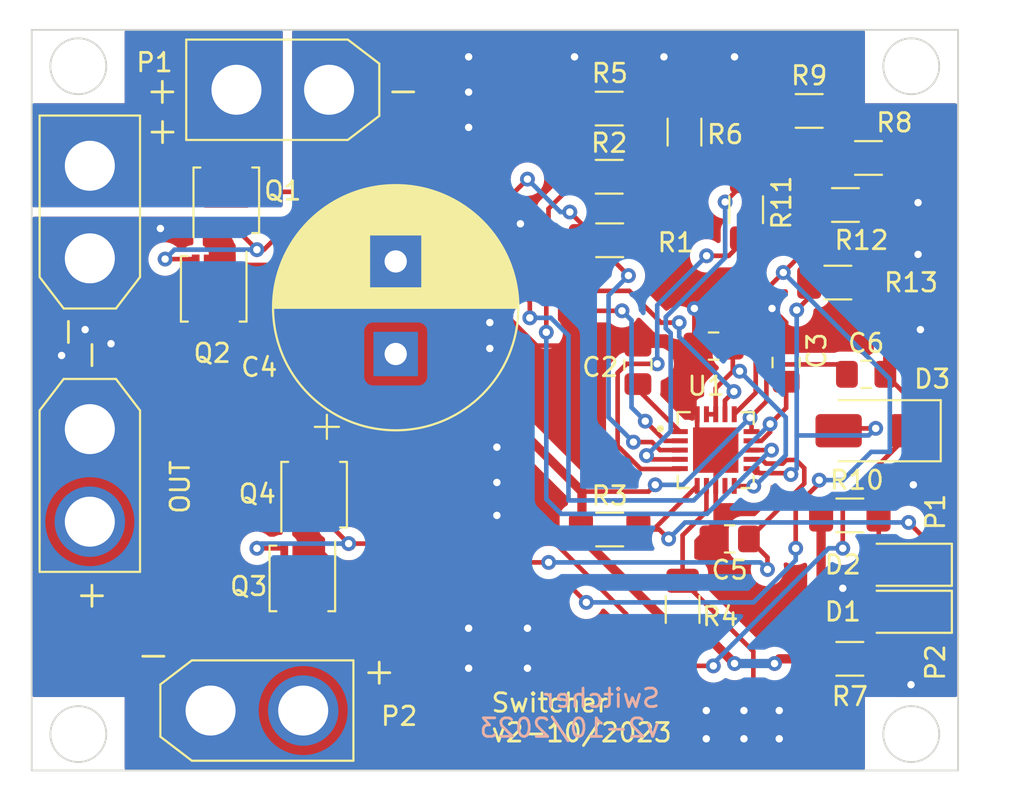
<source format=kicad_pcb>
(kicad_pcb (version 20221018) (generator pcbnew)

  (general
    (thickness 1.6)
  )

  (paper "A4")
  (layers
    (0 "F.Cu" signal)
    (31 "B.Cu" signal)
    (32 "B.Adhes" user "B.Adhesive")
    (33 "F.Adhes" user "F.Adhesive")
    (34 "B.Paste" user)
    (35 "F.Paste" user)
    (36 "B.SilkS" user "B.Silkscreen")
    (37 "F.SilkS" user "F.Silkscreen")
    (38 "B.Mask" user)
    (39 "F.Mask" user)
    (40 "Dwgs.User" user "User.Drawings")
    (41 "Cmts.User" user "User.Comments")
    (42 "Eco1.User" user "User.Eco1")
    (43 "Eco2.User" user "User.Eco2")
    (44 "Edge.Cuts" user)
    (45 "Margin" user)
    (46 "B.CrtYd" user "B.Courtyard")
    (47 "F.CrtYd" user "F.Courtyard")
    (48 "B.Fab" user)
    (49 "F.Fab" user)
    (50 "User.1" user)
    (51 "User.2" user)
    (52 "User.3" user)
    (53 "User.4" user)
    (54 "User.5" user)
    (55 "User.6" user)
    (56 "User.7" user)
    (57 "User.8" user)
    (58 "User.9" user)
  )

  (setup
    (pad_to_mask_clearance 0)
    (pcbplotparams
      (layerselection 0x003f0ff_ffffffff)
      (plot_on_all_layers_selection 0x0000000_00000000)
      (disableapertmacros false)
      (usegerberextensions true)
      (usegerberattributes true)
      (usegerberadvancedattributes true)
      (creategerberjobfile true)
      (dashed_line_dash_ratio 12.000000)
      (dashed_line_gap_ratio 3.000000)
      (svgprecision 4)
      (plotframeref false)
      (viasonmask false)
      (mode 1)
      (useauxorigin true)
      (hpglpennumber 1)
      (hpglpenspeed 20)
      (hpglpendiameter 15.000000)
      (dxfpolygonmode true)
      (dxfimperialunits true)
      (dxfusepcbnewfont true)
      (psnegative false)
      (psa4output false)
      (plotreference true)
      (plotvalue true)
      (plotinvisibletext false)
      (sketchpadsonfab false)
      (subtractmaskfromsilk false)
      (outputformat 1)
      (mirror false)
      (drillshape 0)
      (scaleselection 1)
      (outputdirectory "")
    )
  )

  (net 0 "")
  (net 1 "GND")
  (net 2 "Net-(U1-EN)")
  (net 3 "Net-(U1-TMR)")
  (net 4 "VS1")
  (net 5 "VS2")
  (net 6 "VCC")
  (net 7 "Net-(D3-K)")
  (net 8 "Net-(D1-K)")
  (net 9 "Net-(D1-A)")
  (net 10 "Net-(D2-K)")
  (net 11 "Net-(D2-A)")
  (net 12 "+12V")
  (net 13 "G2")
  (net 14 "Vbatt_12")
  (net 15 "Net-(R8-Pad2)")
  (net 16 "G1")
  (net 17 "Net-(U1-UV1)")
  (net 18 "Net-(U1-OV1)")
  (net 19 "Net-(U1-UV2)")
  (net 20 "Net-(U1-OV2)")
  (net 21 "unconnected-(U1-CAS-Pad9)")
  (net 22 "Net-(R1-Pad2)")

  (footprint "Resistor_SMD:R_1206_3216Metric_Pad1.30x1.75mm_HandSolder" (layer "F.Cu") (at 196.977 120.904))

  (footprint "Capacitor_SMD:C_0805_2012Metric_Pad1.18x1.45mm_HandSolder" (layer "F.Cu") (at 185.539 105.029 -90))

  (footprint "Resistor_SMD:R_1206_3216Metric_Pad1.30x1.75mm_HandSolder" (layer "F.Cu") (at 196.977 113.157))

  (footprint "Capacitor_SMD:C_0805_2012Metric_Pad1.18x1.45mm_HandSolder" (layer "F.Cu") (at 189.6245 104.013))

  (footprint "Package_SON:Diodes_PowerDI3333-8" (layer "F.Cu") (at 162.643 100.921 -90))

  (footprint "Resistor_SMD:R_1206_3216Metric_Pad1.30x1.75mm_HandSolder" (layer "F.Cu") (at 197.985 93.853))

  (footprint "aib:QFN50P400X400X80-21N" (layer "F.Cu") (at 189.738 109.631))

  (footprint "Capacitor_SMD:C_0805_2012Metric_Pad1.18x1.45mm_HandSolder" (layer "F.Cu") (at 190.492 114.427 180))

  (footprint "Resistor_SMD:R_1206_3216Metric_Pad1.30x1.75mm_HandSolder" (layer "F.Cu") (at 188.053 92.456 -90))

  (footprint "Resistor_SMD:R_1206_3216Metric_Pad1.30x1.75mm_HandSolder" (layer "F.Cu") (at 196.334 100.584 180))

  (footprint "Diode_SMD:D_1206_3216Metric_Pad1.42x1.75mm_HandSolder" (layer "F.Cu") (at 200.025 115.824 180))

  (footprint "Resistor_SMD:R_1206_3216Metric_Pad1.30x1.75mm_HandSolder" (layer "F.Cu") (at 184.015 113.919))

  (footprint "Resistor_SMD:R_1206_3216Metric_Pad1.30x1.75mm_HandSolder" (layer "F.Cu") (at 184.015 98.298))

  (footprint "Diode_SMD:D_SMA" (layer "F.Cu") (at 198.374 108.585 180))

  (footprint "Diode_SMD:D_1206_3216Metric_Pad1.42x1.75mm_HandSolder" (layer "F.Cu") (at 200.025 118.364 180))

  (footprint "Capacitor_SMD:C_0805_2012Metric_Pad1.18x1.45mm_HandSolder" (layer "F.Cu") (at 197.858 105.537))

  (footprint "Resistor_SMD:R_1206_3216Metric_Pad1.30x1.75mm_HandSolder" (layer "F.Cu") (at 194.784 91.313 180))

  (footprint "Package_SON:Diodes_PowerDI3333-8" (layer "F.Cu") (at 167.427 116.562 -90))

  (footprint "Capacitor_THT:CP_Radial_D13.0mm_P5.00mm" (layer "F.Cu") (at 172.466 104.441 90))

  (footprint "Package_SON:Diodes_PowerDI3333-8" (layer "F.Cu") (at 168.062 112.038 90))

  (footprint "Capacitor_SMD:C_0805_2012Metric_Pad1.18x1.45mm_HandSolder" (layer "F.Cu") (at 193.54 104.902 90))

  (footprint "Connector_AMASS:AMASS_XT30U-M_1x02_P5.0mm_Vertical" (layer "F.Cu") (at 162.473 123.698))

  (footprint "Resistor_SMD:R_1206_3216Metric_Pad1.30x1.75mm_HandSolder" (layer "F.Cu") (at 196.741 96.393))

  (footprint "Connector_AMASS:AMASS_XT30U-M_1x02_P5.0mm_Vertical" (layer "F.Cu") (at 168.87 90.17 180))

  (footprint "Connector_AMASS:AMASS_XT30U-M_1x02_P5.0mm_Vertical" (layer "F.Cu") (at 155.956 108.498 -90))

  (footprint "Connector_AMASS:AMASS_XT30U-M_1x02_P5.0mm_Vertical" (layer "F.Cu") (at 155.956 99.274 90))

  (footprint "Resistor_SMD:R_1206_3216Metric_Pad1.30x1.75mm_HandSolder" (layer "F.Cu") (at 187.952 118.237 90))

  (footprint "Resistor_SMD:R_1206_3216Metric_Pad1.30x1.75mm_HandSolder" (layer "F.Cu") (at 183.989 91.186))

  (footprint "Resistor_SMD:R_1206_3216Metric_Pad1.30x1.75mm_HandSolder" (layer "F.Cu") (at 183.989 94.869))

  (footprint "Package_SON:Diodes_PowerDI3333-8" (layer "F.Cu") (at 163.322 96.139 90))

  (footprint "Resistor_SMD:R_1206_3216Metric_Pad1.30x1.75mm_HandSolder" (layer "F.Cu") (at 191.381 96.647 -90))

  (gr_rect locked (start 152.819 86.934) (end 202.819 126.934)
    (stroke (width 0.1) (type default)) (fill none) (layer "Edge.Cuts") (tstamp 09366e6b-db5c-4d07-8d4f-c8b6656eea40))
  (gr_circle locked (center 200.293 88.9) (end 201.803 88.9)
    (stroke (width 0.1) (type default)) (fill none) (layer "Edge.Cuts") (tstamp 480fdbb2-2694-4044-b470-54a124595c83))
  (gr_circle locked (center 200.293 124.968) (end 201.803 124.968)
    (stroke (width 0.1) (type default)) (fill none) (layer "Edge.Cuts") (tstamp 56c184f1-a75a-48e8-93a3-80bc9b7b67c6))
  (gr_circle locked (center 155.335 124.968) (end 156.845 124.968)
    (stroke (width 0.1) (type default)) (fill none) (layer "Edge.Cuts") (tstamp aad7aa88-1b6a-47d0-80ec-47828fdf024a))
  (gr_circle locked (center 155.335 88.9) (end 156.845 88.9)
    (stroke (width 0.1) (type default)) (fill none) (layer "Edge.Cuts") (tstamp b4c6b2f4-cb37-4136-8e73-63c08f1cc92b))
  (gr_text "Switcher\nv2-10/2023" (at 186.817 125.222) (layer "B.SilkS") (tstamp b73a7406-b1f1-4247-844d-30828197fa1d)
    (effects (font (size 1 1) (thickness 0.15)) (justify left bottom mirror))
  )
  (gr_text "P1" (at 202.184 114.046 90) (layer "F.SilkS") (tstamp 6e5e6751-ff7e-48d2-b434-b4d2d09c30b9)
    (effects (font (size 1 1) (thickness 0.15)) (justify left bottom))
  )
  (gr_text "P2" (at 202.184 122.174 90) (layer "F.SilkS") (tstamp a849a26c-0892-4763-ac59-67cf562414d8)
    (effects (font (size 1 1) (thickness 0.15)) (justify left bottom))
  )
  (gr_text "Switcher\nv2-10/2023" (at 177.546 125.476) (layer "F.SilkS") (tstamp b9dd7c61-ecd8-46cd-ab3c-bfaf66cff7c8)
    (effects (font (size 1 1) (thickness 0.15)) (justify left bottom))
  )
  (gr_text "P2" (at 171.577 124.587) (layer "F.SilkS") (tstamp db72c5f7-1eb0-4aa7-b676-8c840abe5951)
    (effects (font (size 1 1) (thickness 0.15)) (justify left bottom))
  )
  (gr_text "OUT" (at 161.417 113.157 90) (layer "F.SilkS") (tstamp f55f5028-3741-4594-8977-c6e2ee29986a)
    (effects (font (size 1 1) (thickness 0.15)) (justify left bottom))
  )
  (gr_text "P1" (at 158.369 89.281) (layer "F.SilkS") (tstamp fed712c8-9774-4913-af4b-487d91efaf1a)
    (effects (font (size 1 1) (thickness 0.15)) (justify left bottom))
  )

  (segment (start 198.291 93.8009) (end 198.291 96.393) (width 0.25) (layer "F.Cu") (net 1) (tstamp 033ffe4b-e32f-4620-9c3e-8baefe6d4747))
  (segment (start 180.078 103.9915) (end 175.5275 99.441) (width 0.25) (layer "F.Cu") (net 1) (tstamp 11e1c248-4ca3-4c87-bd42-0f1791ecfe77))
  (segment (start 188.5655 103.9915) (end 188.587 104.013) (width 0.25) (layer "F.Cu") (net 1) (tstamp 1ac7205e-16e7-480e-9319-c9e64dc74d4f))
  (segment (start 180.078 103.9915) (end 185.539 103.9915) (width 0.25) (layer "F.Cu") (net 1) (tstamp 1be75141-2b60-4302-ae88-a5cae2803aa4))
  (segment (start 188.0674 94.006) (end 188.053 94.006) (width 0.25) (layer "F.Cu") (net 1) (tstamp 26c62e94-0061-4c1d-894b-a3436b70ff97))
  (segment (start 193.54 103.8645) (end 193.54 102.743) (width 0.25) (layer "F.Cu") (net 1) (tstamp 29263399-8b00-463e-88c0-8a596a44f304))
  (segment (start 188.738 107.696) (end 188.738 108.631) (width 0.25) (layer "F.Cu") (net 1) (tstamp 32699c7e-d02e-4c0e-881e-804a23856648))
  (segment (start 188.0674 94.006) (end 188.0674 100.8655) (width 0.25) (layer "F.Cu") (net 1) (tstamp 3559fdb7-e72e-4a8b-a0e2-ef6e406e4769))
  (segment (start 191.9661 90.1073) (end 192.2651 90.1073) (width 0.25) (layer "F.Cu") (net 1) (tstamp 36966dea-2e83-427c-b80b-1d0e8c4d6638))
  (segment (start 193.54 102.743) (end 192.778 101.981) (width 0.25) (layer "F.Cu") (net 1) (tstamp 38c83c0e-ac0f-4a68-9761-b025ed777717))
  (segment (start 197.0226 92.5325) (end 198.291 93.8009) (width 0.25) (layer "F.Cu") (net 1) (tstamp 4bee5120-c7cc-4beb-8e9b-eed50e8a73b7))
  (segment (start 188.587 107.545) (end 188.738 107.696) (width 0.25) (layer "F.Cu") (net 1) (tstamp 56c0ce6d-69c0-4989-a860-4d6dbd37fab3))
  (segment (start 194.8526 91.0665) (end 194.8526 91.73) (width 0.25) (layer "F.Cu") (net 1) (tstamp 6d0ebd7c-cc76-46fc-932b-007437a56ca3))
  (segment (start 188.0674 100.8655) (end 188.587 101.3851) (width 0.25) (layer "F.Cu") (net 1) (tstamp 7c19599a-9601-4a6d-b2c0-18f957067d5a))
  (segment (start 195.6551 92.5325) (end 197.0226 92.5325) (width 0.25) (layer "F.Cu") (net 1) (tstamp 84f6bbbd-b388-4eb8-b4ce-16b970618e16))
  (segment (start 189.738 114.1435) (end 189.4545 114.427) (width 0.25) (layer "F.Cu") (net 1) (tstamp 91fea800-8ffc-4197-a6b1-d6ab2ecd0ddc))
  (segment (start 192.2666 90.1088) (end 193.8949 90.1088) (width 0.25) (layer "F.Cu") (net 1) (tstamp 98e24a2a-38b6-4009-bfc6-dbb2e2f3d7f4))
  (segment (start 188.0674 94.006) (end 191.9661 90.1073) (width 0.25) (layer "F.Cu") (net 1) (tstamp 98f129b7-5e10-4678-aaec-88310003f371))
  (segment (start 189.738 111.566) (end 189.738 114.1435) (width 0.25) (layer "F.Cu") (net 1) (tstamp a563b8ca-fdd7-4df3-a14e-4be4c778be67))
  (segment (start 193.8949 90.1088) (end 194.8526 91.0665) (width 0.25) (layer "F.Cu") (net 1) (tstamp a7f707d7-294d-4e4d-ae3a-d14b4751b473))
  (segment (start 175.5275 99.441) (end 172.466 99.441) (width 0.25) (layer "F.Cu") (net 1) (tstamp b6e81dc8-157f-4984-81d3-f607a8cdf31b))
  (segment (start 189.738 109.631) (end 189.738 111.566) (width 0.25) (layer "F.Cu") (net 1) (tstamp c050eb9c-0f70-46ba-a9f4-5eb3471798a1))
  (segment (start 188.587 104.013) (end 188.587 107.545) (width 0.25) (layer "F.Cu") (net 1) (tstamp ce261492-2eee-4a86-9ff2-b9213f7bf4eb))
  (segment (start 188.587 101.3851) (end 188.587 101.981) (width 0.25) (layer "F.Cu") (net 1) (tstamp e1110f31-e895-4e56-a637-372a1828a531))
  (segment (start 188.738 108.631) (end 189.738 109.631) (width 0.25) (layer "F.Cu") (net 1) (tstamp e24985ec-d0fd-498c-8467-4e41ec4d7624))
  (segment (start 188.587 101.981) (end 188.587 104.013) (width 0.25) (layer "F.Cu") (net 1) (tstamp e3fd810f-86e1-4bb1-9eb0-71d91fb08e05))
  (segment (start 185.539 103.9915) (end 188.5655 103.9915) (width 0.25) (layer "F.Cu") (net 1) (tstamp e51fcadb-6ee7-4228-8af3-e13191c41401))
  (segment (start 194.8526 91.73) (end 195.6551 92.5325) (width 0.25) (layer "F.Cu") (net 1) (tstamp f8094680-d2ff-4b6e-a7cf-70a668e8b69f))
  (segment (start 192.2651 90.1073) (end 192.2666 90.1088) (width 0.25) (layer "F.Cu") (net 1) (tstamp ff93d924-1d5f-464b-b81f-4d8771f834e6))
  (via (at 192.778 101.981) (size 0.8) (drill 0.4) (layers "F.Cu" "B.Cu") (net 1) (tstamp 02fd000f-6eeb-4c53-aa63-c7bd20818208))
  (via (at 200.66 96.266) (size 0.8) (drill 0.4) (layers "F.Cu" "B.Cu") (free) (net 1) (tstamp 07c47563-87f1-4660-a7b0-7e90f903d6af))
  (via (at 200.787 103.124) (size 0.8) (drill 0.4) (layers "F.Cu" "B.Cu") (free) (net 1) (tstamp 1057ac0c-ca3b-4743-9c39-908ea6245ea8))
  (via (at 157.099 103.886) (size 0.8) (drill 0.4) (layers "F.Cu" "B.Cu") (free) (net 1) (tstamp 1f9574bf-adf1-44be-9c5a-4843643d43b2))
  (via (at 196.596 117.094) (size 0.8) (drill 0.4) (layers "F.Cu" "B.Cu") (free) (net 1) (tstamp 2435c5b5-153f-4a84-8597-d55269c08529))
  (via (at 176.403 88.392) (size 0.8) (drill 0.4) (layers "F.Cu" "B.Cu") (free) (net 1) (tstamp 25e65e9c-df14-4b54-a5d2-bbadf77405f9))
  (via (at 182.118 88.392) (size 0.8) (drill 0.4) (layers "F.Cu" "B.Cu") (free) (net 1) (tstamp 35f8abca-bc20-4260-98df-2a1f3bfd7ea7))
  (via (at 179.578 121.412) (size 0.8) (drill 0.4) (layers "F.Cu" "B.Cu") (free) (net 1) (tstamp 35fe3841-35d3-4642-826c-5342733e5241))
  (via (at 200.406 111.506) (size 0.8) (drill 0.4) (layers "F.Cu" "B.Cu") (free) (net 1) (tstamp 3ae07804-98c1-4434-84d8-af6a0bae96f2))
  (via (at 177.546 102.743) (size 0.8) (drill 0.4) (layers "F.Cu" "B.Cu") (free) (net 1) (tstamp 44db1a06-9db6-42ac-bfbe-237a08dc847c))
  (via (at 191.262 125.222) (size 0.8) (drill 0.4) (layers "F.Cu" "B.Cu") (free) (net 1) (tstamp 45e36675-c814-4ad9-9a78-3066ceddae1a))
  (via (at 190.754 88.392) (size 0.8) (drill 0.4) (layers "F.Cu" "B.Cu") (free) (net 1) (tstamp 49e8ad9a-41f6-4377-915a-80dc7d41488d))
  (via (at 177.927 111.379) (size 0.8) (drill 0.4) (layers "F.Cu" "B.Cu") (free) (net 1) (tstamp 5102eb2a-eb14-4df1-a5c4-4cf2eba165d8))
  (via (at 176.403 90.297) (size 0.8) (drill 0.4) (layers "F.Cu" "B.Cu") (free) (net 1) (tstamp 5c8c73ee-dea2-4514-8fd5-21fa855459b5))
  (via (at 176.403 119.253) (size 0.8) (drill 0.4) (layers "F.Cu" "B.Cu") (free) (net 1) (tstamp 5e4769cb-4365-4036-ac50-ac4a7a190ec6))
  (via (at 176.403 121.412) (size 0.8) (drill 0.4) (layers "F.Cu" "B.Cu") (free) (net 1) (tstamp 69bb2616-614f-4587-9791-c0986c7ce389))
  (via (at 186.944 88.392) (size 0.8) (drill 0.4) (layers "F.Cu" "B.Cu") (free) (net 1) (tstamp 6c1a62ce-4bbf-4a9a-98bb-bce20710a10e))
  (via (at 200.279 122.301) (size 0.8) (drill 0.4) (layers "F.Cu" "B.Cu") (free) (net 1) (tstamp 742bc8a8-3400-4b60-990c-06327673023d))
  (via (at 154.432 104.521) (size 0.8) (drill 0.4) (layers "F.Cu" "B.Cu") (free) (net 1) (tstamp 8252894a-6dbd-4725-b601-19341c31060b))
  (via (at 159.766 97.663) (size 0.8) (drill 0.4) (layers "F.Cu" "B.Cu") (free) (net 1) (tstamp 988deb13-9565-4ca6-aa64-abf00d0d9d2e))
  (via (at 176.403 92.202) (size 0.8) (drill 0.4) (layers "F.Cu" "B.Cu") (free) (net 1) (tstamp 9b9b0e68-83dd-401a-b7af-ff3eb91ffd5f))
  (via (at 177.546 104.14) (size 0.8) (drill 0.4) (layers "F.Cu" "B.Cu") (free) (net 1) (tstamp a16c0299-c381-4101-8d14-b042171013a1))
  (via (at 193.167 125.222) (size 0.8) (drill 0.4) (layers "F.Cu" "B.Cu") (free) (net 1) (tstamp b01ca4ef-d1b3-41fe-b38b-bbed50e21104))
  (via (at 177.927 109.474) (size 0.8) (drill 0.4) (layers "F.Cu" "B.Cu") (free) (net 1) (tstamp b444d307-15c5-4ae0-93b5-1e2b0f2caa93))
  (via (at 193.167 123.698) (size 0.8) (drill 0.4) (layers "F.Cu" "B.Cu") (free) (net 1) (tstamp b50372e2-3810-4056-bce3-eb5e3e2035dd))
  (via (at 189.23 125.222) (size 0.8) (drill 0.4) (layers "F.Cu" "B.Cu") (free) (net 1) (tstamp c168f125-9faa-4d10-83a3-1dc4541036b9))
  (via (at 200.66 99.06) (size 0.8) (drill 0.4) (layers "F.Cu" "B.Cu") (free) (net 1) (tstamp c56441df-d3b0-4405-b435-31c8a7d98ec4))
  (via (at 179.578 119.253) (size 0.8) (drill 0.4) (layers "F.Cu" "B.Cu") (free) (net 1) (tstamp de8c6c82-5dbd-447c-b1ad-e5bf417582b0))
  (via (at 179.197 97.409) (size 0.8) (drill 0.4) (layers "F.Cu" "B.Cu") (free) (net 1) (tstamp e11e62e1-aac8-469f-8dbf-2d3a13da238f))
  (via (at 189.23 123.698) (size 0.8) (drill 0.4) (layers "F.Cu" "B.Cu") (free) (net 1) (tstamp e4b7ebd2-8419-4f95-87a1-23b3227bdf08))
  (via (at 188.587 101.981) (size 0.8) (drill 0.4) (layers "F.Cu" "B.Cu") (net 1) (tstamp e97313ad-c3ef-424e-b508-f6e42e219b28))
  (via (at 155.702 103.124) (size 0.8) (drill 0.4) (layers "F.Cu" "B.Cu") (free) (net 1) (tstamp f630610d-2b05-4fb5-8ad2-a903b6ac744b))
  (via (at 177.927 113.157) (size 0.8) (drill 0.4) (layers "F.Cu" "B.Cu") (free) (net 1) (tstamp f7302955-8b4b-4769-aaf7-ed58efb57c38))
  (via (at 191.262 123.698) (size 0.8) (drill 0.4) (layers "F.Cu" "B.Cu") (free) (net 1) (tstamp f929d700-f13d-4210-8101-6877cfe462a5))
  (segment (start 192.778 101.981) (end 188.587 101.981) (width 0.25) (layer "B.Cu") (net 1) (tstamp 0073ac5b-e236-45b4-abee-786d0f6839c9))
  (segment (start 189.738 106.2931) (end 190.662 105.3691) (width 0.25) (layer "F.Cu") (net 2) (tstamp 45095adb-5574-4898-8075-602f685d9b69))
  (segment (start 189.738 107.696) (end 189.738 106.2931) (width 0.25) (layer "F.Cu") (net 2) (tstamp 5da1b19a-7578-4b34-85a0-5f9deeff6dec))
  (segment (start 191.7907 111.5778) (end 190.7498 111.5778) (width 0.25) (layer "F.Cu") (net 2) (tstamp 9039d6c9-634f-484f-b929-bffa8d7b8b52))
  (segment (start 190.7498 111.5778) (end 190.738 111.566) (width 0.25) (layer "F.Cu") (net 2) (tstamp 98428f8f-a638-4a5e-804c-c71eb92555d4))
  (segment (start 189.238 107.696) (end 189.738 107.696) (width 0.25) (layer "F.Cu") (net 2) (tstamp 9fe91893-fb37-4c5f-a184-fe1c82ec9476))
  (segment (start 190.662 105.3691) (end 190.662 104.013) (width 0.25) (layer "F.Cu") (net 2) (tstamp d0e74ca2-7a72-48b2-b2eb-ded417c682af))
  (segment (start 190.662 105.3691) (end 191.031 105.3691) (width 0.25) (layer "F.Cu") (net 2) (tstamp f39f82e2-c1fd-4bd0-a676-3be7c69aab5e))
  (via (at 191.031 105.3691) (size 0.8) (drill 0.4) (layers "F.Cu" "B.Cu") (net 2) (tstamp 1f109d5b-62a8-4e95-86b6-9319794c867d))
  (via (at 191.7907 111.5778) (size 0.8) (drill 0.4) (layers "F.Cu" "B.Cu") (net 2) (tstamp 57ff55a7-85d5-4a74-a079-fbba125e0b56))
  (segment (start 193.5183 107.8564) (end 193.5183 109.9062) (width 0.25) (layer "B.Cu") (net 2) (tstamp 5061374a-7a0b-498e-ba6c-88fa948c1b51))
  (segment (start 191.8467 111.5778) (end 191.7907 111.5778) (width 0.25) (layer "B.Cu") (net 2) (tstamp 667ab547-679c-4729-9518-a197de58b823))
  (segment (start 193.5183 109.9062) (end 191.8467 111.5778) (width 0.25) (layer "B.Cu") (net 2) (tstamp a123f882-24c3-4fc8-84c0-e241a91a9ef9))
  (segment (start 191.031 105.3691) (end 193.5183 107.8564) (width 0.25) (layer "B.Cu") (net 2) (tstamp ac09a392-c1d8-42f3-9ee9-1c4a5e740afa))
  (segment (start 187.803 108.631) (end 185.539 106.367) (width 0.25) (layer "F.Cu") (net 3) (tstamp 3203ad53-4dbe-4f10-8078-d287538266d1))
  (segment (start 185.539 106.367) (end 185.539 106.0665) (width 0.25) (layer "F.Cu") (net 3) (tstamp 6c8e1a0a-988a-46cc-a181-208cbafdd683))
  (segment (start 163.828 99.631) (end 166.942 99.631) (width 0.25) (layer "F.Cu") (net 4) (tstamp 7ac0ad24-a7cd-49aa-bb1a-4929944d8317))
  (segment (start 169.037 97.536) (end 174.625 97.536) (width 0.25) (layer "F.Cu") (net 4) (tstamp 8400841c-8964-4959-be95-ac323a559542))
  (segment (start 163.618 99.421) (end 163.828 99.631) (width 0.25) (layer "F.Cu") (net 4) (tstamp 9982bc99-9e07-430c-871e-324ba7278af5))
  (segment (start 166.942 99.631) (end 167.259 99.314) (width 0.25) (layer "F.Cu") (net 4) (tstamp 9fd46dcd-2868-492f-8e3f-96e9cebf5381))
  (segment (start 192.6753 108.2207) (end 192.6753 108.6576) (width 0.25) (layer "F.Cu") (net 4) (tstamp a657178f-14ee-42f3-999f-55473b591110))
  (segment (start 174.625 97.536) (end 175.641 97.536) (width 0.25) (layer "F.Cu") (net 4) (tstamp c5e595fd-278f-49ba-95ea-570632098d5c))
  (segment (start 192.2019 109.131) (end 191.673 109.131) (width 0.25) (layer "F.Cu") (net 4) (tstamp c7830961-d3d4-4da2-a3b9-ad321202f132))
  (segment (start 193.54 105.9395) (end 193.54 107.356) (width 0.25) (layer "F.Cu") (net 4) (tstamp ca98e84f-f586-402b-9788-76e37795fa32))
  (segment (start 193.54 107.356) (end 192.6753 108.2207) (width 0.25) (layer "F.Cu") (net 4) (tstamp cbc0f7b8-4b4f-4943-9a1d-e0de68af71a2))
  (segment (start 167.259 99.314) (end 169.037 97.536) (width 0.25) (layer "F.Cu") (net 4) (tstamp d436c7d4-1027-43b0-8116-9f05218d65f3))
  (segment (start 192.6753 108.6576) (end 192.2019 109.131) (width 0.25) (layer "F.Cu") (net 4) (tstamp eaeb2c7b-6e64-4a8f-b55b-7ff13b440c00))
  (segment (start 175.641 97.536) (end 179.705 101.6) (width 0.25) (layer "F.Cu") (net 4) (tstamp f9e9f25b-9b5f-4bbc-b0a0-8a229c4b0fc0))
  (segment (start 179.705 101.6) (end 179.705 102.489) (width 0.25) (layer "F.Cu") (net 4) (tstamp fac59517-8fb3-4b6c-8c5b-7ea7373311fe))
  (via (at 179.705 102.489) (size 0.8) (drill 0.4) (layers "F.Cu" "B.Cu") (net 4) (tstamp 2c9bff2d-388b-4faf-b96e-a1357101fa15))
  (via (at 192.6753 108.2207) (size 0.8) (drill 0.4) (layers "F.Cu" "B.Cu") (net 4) (tstamp 98a5397b-ab8a-4efe-bed1-3e93a7c02913))
  (segment (start 181.7912 103.438895) (end 181.7912 112.3475) (width 0.25) (layer "B.Cu") (net 4) (tstamp 76d55b20-6d9c-4c67-9120-05618828cca6))
  (segment (start 192.6753 108.2207) (end 188.5485 112.3475) (width 0.25) (layer "B.Cu") (net 4) (tstamp 9f8d3830-0a79-49b3-b549-837c7d11659e))
  (segment (start 180.841305 102.489) (end 181.7912 103.438895) (width 0.25) (layer "B.Cu") (net 4) (tstamp af67795a-75e3-4a66-a179-b0cc1e64a72d))
  (segment (start 188.5485 112.3475) (end 181.7912 112.3475) (width 0.25) (layer "B.Cu") (net 4) (tstamp d96cae5f-4542-4072-abbf-17eb39bd185f))
  (segment (start 179.705 102.489) (end 180.841305 102.489) (width 0.25) (layer "B.Cu") (net 4) (tstamp da3e2a7a-371e-4285-8179-f5f19c4a6029))
  (segment (start 194.0762 110.164) (end 194.5185 110.6063) (width 0.25) (layer "F.Cu") (net 5) (tstamp 04662f92-7c04-4e98-b02c-cc9950e41e45))
  (segment (start 192.532 115.4295) (end 191.5295 114.427) (width 0.25) (layer "F.Cu") (net 5) (tstamp 35672707-0fb0-4eae-b8ea-24657033e480))
  (segment (start 192.2223 110.131) (end 192.4504 110.3591) (width 0.25) (layer "F.Cu") (net 5) (tstamp 47ac04c3-7dad-48e5-b63a-7a618b9eb9c6))
  (segment (start 192.4504 110.3591) (end 193.3528 110.3591) (width 0.25) (layer "F.Cu") (net 5) (tstamp 521898f4-33d3-4cfb-972a-a8fdaa17ced5))
  (segment (start 192.532 116.078) (end 192.532 115.4295) (width 0.25) (layer "F.Cu") (net 5) (tstamp 7146bd6b-761e-47ed-813b-a03e6f1fa431))
  (segment (start 168.402 115.062) (end 169.037 115.697) (width 0.25) (layer "F.Cu") (net 5) (tstamp 74fc4ece-f909-4baf-98d5-dcd1825cc12a))
  (segment (start 169.037 115.697) (end 180.721 115.697) (width 0.25) (layer "F.Cu") (net 5) (tstamp 7ae2e89d-d87b-4ff9-ac45-0cb4a9644e46))
  (segment (start 191.673 110.131) (end 192.2223 110.131) (width 0.25) (layer "F.Cu") (net 5) (tstamp 93b9b96b-abf6-4139-a06c-e3db0c4e6407))
  (segment (start 193.3528 110.3591) (end 193.5479 110.164) (width 0.25) (layer "F.Cu") (net 5) (tstamp a7c92aed-6d7b-4813-98d8-e03a462e456c))
  (segment (start 194.5185 110.6063) (end 194.5185 111.438) (width 0.25) (layer "F.Cu") (net 5) (tstamp a90bc99b-4576-4a3a-9647-9ab319a6f839))
  (segment (start 193.5479 110.164) (end 194.0762 110.164) (width 0.25) (layer "F.Cu") (net 5) (tstamp d8a0991f-7a15-4330-82fa-c09f674611e1))
  (segment (start 194.5185 111.438) (end 191.5295 114.427) (width 0.25) (layer "F.Cu") (net 5) (tstamp eb2238b2-d6fe-41bc-bfb5-0c8d0a7c1787))
  (via (at 180.721 115.697) (size 0.8) (drill 0.4) (layers "F.Cu" "B.Cu") (net 5) (tstamp 425a50de-a55e-4fbe-848b-ca299445f9ee))
  (via (at 192.532 116.078) (size 0.8) (drill 0.4) (layers "F.Cu" "B.Cu") (net 5) (tstamp 87c3d52d-67ae-4222-8807-5e5e5f9ffa18))
  (segment (start 192.151 115.697) (end 192.532 116.078) (width 0.25) (layer "B.Cu") (net 5) (tstamp 2b8c1a66-d111-49c9-b45d-d652060e0a56))
  (segment (start 180.721 115.697) (end 192.151 115.697) (width 0.25) (layer "B.Cu") (net 5) (tstamp e6a83821-9311-43e6-a3b2-994f0c2501dd))
  (segment (start 191.673 108.631) (end 191.673 107.9622) (width 0.25) (layer "F.Cu") (net 6) (tstamp 0184efac-dc0d-481f-ae66-d81b125deaf6))
  (segment (start 182.5181 113.8659) (end 182.465 113.919) (width 0.25) (layer "F.Cu") (net 6) (tstamp 028ef4ae-6a47-4d52-80e5-fb8c6c302580))
  (segment (start 192.4738 107.0018) (end 192.4738 105.3018) (width 0.25) (layer "F.Cu") (net 6) (tstamp 099803ce-efcc-4a36-9908-fb92f319c3e2))
  (segment (start 182.5181 111.8732) (end 182.5181 113.8659) (width 0.5) (layer "F.Cu") (net 6) (tstamp 0b902e55-2fd5-485c-9348-909ec218bd2a))
  (segment (start 193.167 120.904) (end 195.427 120.904) (width 0.5) (layer "F.Cu") (net 6) (tstamp 3de501f1-8f3a-4a90-b006-e9d4451faf8b))
  (segment (start 191.5932 107.8824) (end 192.4738 107.0018) (width 0.25) (layer "F.Cu") (net 6) (tstamp 41a04535-0b1a-4291-af03-f28403465ea4))
  (segment (start 196.2854 105.0019) (end 196.8205 105.537) (width 0.25) (layer "F.Cu") (net 6) (tstamp 46ab6d56-7494-4069-ab97-500d67ce355f))
  (segment (start 186.1097 111.8732) (end 186.4752 111.5077) (width 0.25) (layer "F.Cu") (net 6) (tstamp 4f0db93f-a952-44bc-b6f7-8e3e4d3fbad3))
  (segment (start 189.383 119.787) (end 190.754 121.158) (width 0.5) (layer "F.Cu") (net 6) (tstamp 5e242df5-1824-4783-9bfa-7c44da232614))
  (segment (start 175.0859 104.441) (end 172.466 104.441) (width 0.25) (layer "F.Cu") (net 6) (tstamp 6de15a9f-5f59-4a4e-bad8-15c9fd19279c))
  (segment (start 192.4738 105.3018) (end 192.7737 105.0019) (width 0.25) (layer "F.Cu") (net 6) (tstamp 6e6f62a2-67e4-4648-84d8-8378b600829f))
  (segment (start 191.673 107.9622) (end 191.5932 107.8824) (width 0.25) (layer "F.Cu") (net 6) (tstamp 87de2d76-ffe0-4c65-85c1-9633eb5abfb4))
  (segment (start 182.5181 111.8732) (end 186.1097 111.8732) (width 0.25) (layer "F.Cu") (net 6) (tstamp 9c58df4d-9459-41a6-bbad-f8d93d42b163))
  (segment (start 192.7737 105.0019) (end 196.2854 105.0019) (width 0.25) (layer "F.Cu") (net 6) (tstamp 9d70c902-364e-4de1-93af-e3f274d174de))
  (segment (start 182.465 113.919) (end 182.465 114.3) (width 0.5) (layer "F.Cu") (net 6) (tstamp a4ffbf38-3d2e-4c8c-a734-0de8e57a2272))
  (segment (start 187.952 119.787) (end 189.383 119.787) (width 0.5) (layer "F.Cu") (net 6) (tstamp dc587140-6524-4fbd-b084-fced13a82f0c))
  (segment (start 182.465 114.3) (end 187.952 119.787) (width 0.5) (layer "F.Cu") (net 6) (tstamp de406281-66ec-4827-82bf-4a2025af22c0))
  (segment (start 192.913 121.158) (end 193.167 120.904) (width 0.25) (layer "F.Cu") (net 6) (tstamp e274b615-b718-49b0-a50e-4b89cf36f96f))
  (segment (start 195.427 113.157) (end 195.427 120.904) (width 0.5) (layer "F.Cu") (net 6) (tstamp e4bcb434-1b00-4ec1-8b5f-fa25b306c71f))
  (segment (start 182.5181 111.8732) (end 175.0859 104.441) (width 0.5) (layer "F.Cu") (net 6) (tstamp e810d3e1-a8c5-412a-9f28-b7422e3a80f8))
  (via (at 186.4752 111.5077) (size 0.8) (drill 0.4) (layers "F.Cu" "B.Cu") (net 6) (tstamp 0c383c8d-77f6-4c4d-8906-047221e05436))
  (via (at 192.913 121.158) (size 0.8) (drill 0.4) (layers "F.Cu" "B.Cu") (net 6) (tstamp 1b2a4e9a-70e8-404b-9a6d-b8854b25cfa9))
  (via (at 191.5932 107.8824) (size 0.8) (drill 0.4) (layers "F.Cu" "B.Cu") (net 6) (tstamp 1c8da58f-7e8a-4e60-b4db-c433309fcaac))
  (via (at 190.754 121.158) (size 0.8) (drill 0.4) (layers "F.Cu" "B.Cu") (net 6) (tstamp 3790d404-9ab5-46ab-9474-6400b40386e8))
  (segment (start 190.754 121.158) (end 192.913 121.158) (width 0.5) (layer "B.Cu") (net 6) (tstamp 20023652-c4a8-495d-9baf-83d9b190ef29))
  (segment (start 187.9679 111.5077) (end 191.5932 107.8824) (width 0.25) (layer "B.Cu") (net 6) (tstamp 67ed0149-afe8-4c6e-bc82-edad4b8e627a))
  (segment (start 186.4752 111.5077) (end 187.9679 111.5077) (width 0.25) (layer "B.Cu") (net 6) (tstamp 6aeb908a-9f5e-4027-ab58-eef372caffaf))
  (segment (start 169.037 113.792) (end 169.926 114.681) (width 0.25) (layer "F.Cu") (net 7) (tstamp 1ae4007a-106d-420c-b2e3-4d39a42b10ef))
  (segment (start 196.596 112.363) (end 200.374 108.585) (width 0.25) (layer "F.Cu") (net 7) (tstamp 2556acf1-623d-4280-8889-0062ecd88249))
  (segment (start 166.325 114.935) (end 166.452 115.062) (width 0.25) (layer "F.Cu") (net 7) (tstamp 2e5088b6-998b-44c1-8138-3af4122d24d8))
  (segment (start 181.102 114.681) (end 184.912 118.491) (width 0.25) (layer "F.Cu") (net 7) (tstamp 2e613104-ac76-4b10-affa-f8285d76a4eb))
  (segment (start 164.973 114.935) (end 166.325 114.935) (width 0.25) (layer "F.Cu") (net 7) (tstamp 2e9e6d41-061d-4801-8a3d-e79a4d46b94f))
  (segment (start 187.611826 121.285) (end 189.611 121.285) (width 0.25) (layer "F.Cu") (net 7) (tstamp 2f9ad661-cd00-409b-862c-7336886e2be0))
  (segment (start 184.912 118.491) (end 184.912 118.585174) (width 0.25) (layer "F.Cu") (net 7) (tstamp 472415d6-e58c-4279-b8c1-bbae5a1f826e))
  (segment (start 200.374 108.585) (end 200.374 107.0155) (width 0.25) (layer "F.Cu") (net 7) (tstamp 6b386497-d299-404f-b13c-bcb85ceec1b6))
  (segment (start 184.912 118.585174) (end 187.611826 121.285) (width 0.25) (layer "F.Cu") (net 7) (tstamp 9a0dab7a-fe77-4980-992e-600b7f6a1d50))
  (segment (start 200.374 107.0155) (end 198.8955 105.537) (width 0.25) (layer "F.Cu") (net 7) (tstamp a0b69a3d-31d7-4836-a1a9-d1e0cfb744d5))
  (segment (start 169.926 114.681) (end 181.102 114.681) (width 0.25) (layer "F.Cu") (net 7) (tstamp d376cbd2-4915-418d-be8f-08870be58da7))
  (segment (start 196.596 114.935) (end 196.596 112.363) (width 0.25) (layer "F.Cu") (net 7) (tstamp df48c1ea-5082-4810-bed8-d9307386d170))
  (segment (start 198.8955 101.5955) (end 197.884 100.584) (width 0.25) (layer "F.Cu") (net 7) (tstamp e01551a2-8bee-46ba-9955-4a6d0549c86e))
  (segment (start 169.037 113.538) (end 169.037 113.792) (width 0.25) (layer "F.Cu") (net 7) (tstamp f50e2f20-43fe-47f4-add9-c3bba2730c5b))
  (segment (start 198.8955 105.537) (end 198.8955 101.5955) (width 0.25) (layer "F.Cu") (net 7) (tstamp fefa3ffd-d0ad-4b6b-9f6c-f317c9dd2116))
  (via (at 164.973 114.935) (size 0.8) (drill 0.4) (layers "F.Cu" "B.Cu") (net 7) (tstamp 00bea8ae-13c5-4f2b-9ff5-465a209be0af))
  (via (at 169.926 114.681) (size 0.8) (drill 0.4) (layers "F.Cu" "B.Cu") (net 7) (tstamp 0152af14-158a-408f-b4ba-e778bca29348))
  (via (at 189.611 121.285) (size 0.8) (drill 0.4) (layers "F.Cu" "B.Cu") (net 7) (tstamp cffb9941-38bb-4657-829f-3d4db40e55d1))
  (via (at 196.596 114.935) (size 0.8) (drill 0.4) (layers "F.Cu" "B.Cu") (net 7) (tstamp fae534bc-9cd0-42b1-ad4c-b00bb191ecfb))
  (segment (start 189.611 121.158) (end 195.834 114.935) (width 0.25) (layer "B.Cu") (net 7) (tstamp 0e8531f0-e1df-4c29-a491-23481031c7a3))
  (segment (start 195.834 114.935) (end 196.596 114.935) (width 0.25) (layer "B.Cu") (net 7) (tstamp 1d0c2119-336b-44fc-b075-819a512cf3ea))
  (segment (start 189.611 121.285) (end 189.611 121.158) (width 0.25) (layer "B.Cu") (net 7) (tstamp 8b1f2242-075f-4c91-a66f-752b9889755d))
  (segment (start 165.227 114.681) (end 164.973 114.935) (width 0.25) (layer "B.Cu") (net 7) (tstamp bb664a7b-2586-4689-9205-febdd9a4e17f))
  (segment (start 169.926 114.681) (end 165.227 114.681) (width 0.25) (layer "B.Cu") (net 7) (tstamp bf489f9b-5a4b-4967-b2f7-bc869461f8ba))
  (segment (start 198.968174 122.301) (end 191.77 122.301) (width 0.25) (layer "F.Cu") (net 8) (tstamp 0e8e72bd-0d34-49c1-a092-6dd3ac0c2665))
  (segment (start 201.5125 119.756674) (end 198.968174 122.301) (width 0.25) (layer "F.Cu") (net 8) (tstamp 1c3e348d-6eba-4b50-a1a9-59336d4b8347))
  (segment (start 189.238 111.566) (end 189.238 112.9456) (width 0.25) (layer "F.Cu") (net 8) (tstamp 31a11ec2-7ae4-4f98-a53f-c50386801874))
  (segment (start 191.77 120.505) (end 187.952 116.687) (width 0.25) (layer "F.Cu") (net 8) (tstamp 514b2920-3d04-4c5b-b421-e4f8085f4aee))
  (segment (start 191.77 122.301) (end 191.77 120.505) (width 0.25) (layer "F.Cu") (net 8) (tstamp 52b78ad0-c522-457f-92c1-d0205d814218))
  (segment (start 189.238 112.9456) (end 187.952 114.2316) (width 0.25) (layer "F.Cu") (net 8) (tstamp 79cc5851-85f5-42bf-8021-90d138c8787d))
  (segment (start 187.952 114.2316) (end 187.952 116.687) (width 0.25) (layer "F.Cu") (net 8) (tstamp b12bbf01-8dc1-41ea-b361-df37f1404eb7))
  (segment (start 201.5125 118.364) (end 201.5125 119.756674) (width 0.25) (layer "F.Cu") (net 8) (tstamp ce143379-63b5-425d-8c35-fdc0df8d5b3a))
  (segment (start 198.5375 120.8935) (end 198.527 120.904) (width 0.25) (layer "F.Cu") (net 9) (tstamp e1f4c45b-481b-47b9-8e98-04c8a8f7ed6d))
  (segment (start 198.5375 118.364) (end 198.5375 120.8935) (width 0.25) (layer "F.Cu") (net 9) (tstamp e273bbaf-ef37-460a-b71f-42f43de308e9))
  (segment (start 201.5125 115.824) (end 201.5125 114.8985) (width 0.25) (layer "F.Cu") (net 10) (tstamp 55aa197d-26a5-447f-9770-aaebda233f1f))
  (segment (start 185.565 113.919) (end 186.385 113.919) (width 0.25) (layer "F.Cu") (net 10) (tstamp 61ec7d05-8591-497e-8cfd-2a12cc07a0d0))
  (segment (start 186.385 113.919) (end 188.738 111.566) (width 0.25) (layer "F.Cu") (net 10) (tstamp 6671bf39-1622-4130-9a9e-c10b185665b1))
  (segment (start 187.198 114.427) (end 186.69 113.919) (width 0.25) (layer "F.Cu") (net 10) (tstamp 955a5ba3-5aae-4d99-8f7c-664af17ec1b2))
  (segment (start 201.5125 114.8985) (end 200.152 113.538) (width 0.25) (layer "F.Cu") (net 10) (tstamp b8809cb6-e84d-4309-befa-4a62a44bd3ff))
  (segment (start 186.69 113.919) (end 186.385 113.919) (width 0.25) (layer "F.Cu") (net 10) (tstamp ec08f987-052a-4f6f-8201-5aace07a2079))
  (via (at 200.152 113.538) (size 0.8) (drill 0.4) (layers "F.Cu" "B.Cu") (net 10) (tstamp 2e340dec-3b61-44db-8b12-562c6c07aac0))
  (via (at 187.198 114.427) (size 0.8) (drill 0.4) (layers "F.Cu" "B.Cu") (net 10) (tstamp 503fa597-3d7d-452c-86d7-73cf1a3a61e5))
  (segment (start 188.087 113.538) (end 187.198 114.427) (width 0.25) (layer "B.Cu") (net 10) (tstamp 83fda9b3-509b-446a-bad8-d02ffcb073d4))
  (segment (start 200.152 113.538) (end 188.087 113.538) (width 0.25) (layer "B.Cu") (net 10) (tstamp 8f52610a-e063-4ead-97b9-31df00a72beb))
  (segment (start 198.5375 113.1675) (end 198.527 113.157) (width 0.25) (layer "F.Cu") (net 11) (tstamp 8253683d-2f75-425a-b80f-143c9892354a))
  (segment (start 198.5375 115.824) (end 198.5375 113.1675) (width 0.25) (layer "F.Cu") (net 11) (tstamp e6705d0f-9046-456e-b884-eb6482ebdefe))
  (segment (start 182.465 100.425) (end 183.072 101.032) (width 0.25) (layer "F.Cu") (net 12) (tstamp 0749b428-680f-4034-bbfe-67625293fee1))
  (segment (start 182.465 98.298) (end 182.465 100.425) (width 0.25) (layer "F.Cu") (net 12) (tstamp 16235eff-9434-4967-8962-ae349a9938ca))
  (segment (start 182.465 98.298) (end 182.465 97.375) (width 0.25) (layer "F.Cu") (net 12) (tstamp 30f7b9dc-ecbf-4ced-86df-61b8afe9026d))
  (segment (start 187.7682 102
... [186436 chars truncated]
</source>
